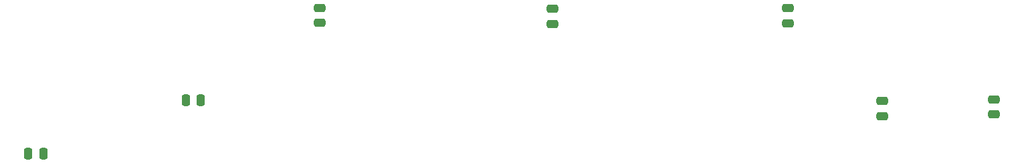
<source format=gbr>
%TF.GenerationSoftware,KiCad,Pcbnew,(6.0.9)*%
%TF.CreationDate,2023-02-07T16:21:55+00:00*%
%TF.ProjectId,Apricot-Hard-Disk-Interface,41707269-636f-4742-9d48-6172642d4469,rev?*%
%TF.SameCoordinates,Original*%
%TF.FileFunction,Paste,Top*%
%TF.FilePolarity,Positive*%
%FSLAX46Y46*%
G04 Gerber Fmt 4.6, Leading zero omitted, Abs format (unit mm)*
G04 Created by KiCad (PCBNEW (6.0.9)) date 2023-02-07 16:21:55*
%MOMM*%
%LPD*%
G01*
G04 APERTURE LIST*
G04 Aperture macros list*
%AMRoundRect*
0 Rectangle with rounded corners*
0 $1 Rounding radius*
0 $2 $3 $4 $5 $6 $7 $8 $9 X,Y pos of 4 corners*
0 Add a 4 corners polygon primitive as box body*
4,1,4,$2,$3,$4,$5,$6,$7,$8,$9,$2,$3,0*
0 Add four circle primitives for the rounded corners*
1,1,$1+$1,$2,$3*
1,1,$1+$1,$4,$5*
1,1,$1+$1,$6,$7*
1,1,$1+$1,$8,$9*
0 Add four rect primitives between the rounded corners*
20,1,$1+$1,$2,$3,$4,$5,0*
20,1,$1+$1,$4,$5,$6,$7,0*
20,1,$1+$1,$6,$7,$8,$9,0*
20,1,$1+$1,$8,$9,$2,$3,0*%
G04 Aperture macros list end*
%ADD10RoundRect,0.250000X-0.475000X0.250000X-0.475000X-0.250000X0.475000X-0.250000X0.475000X0.250000X0*%
%ADD11RoundRect,0.250000X0.250000X0.475000X-0.250000X0.475000X-0.250000X-0.475000X0.250000X-0.475000X0*%
G04 APERTURE END LIST*
D10*
%TO.C,C6*%
X210200000Y-102350000D03*
X210200000Y-104250000D03*
%TD*%
D11*
%TO.C,C2*%
X89850000Y-109200000D03*
X87950000Y-109200000D03*
%TD*%
D10*
%TO.C,C7*%
X196000000Y-102550000D03*
X196000000Y-104450000D03*
%TD*%
%TO.C,C4*%
X154300000Y-90900000D03*
X154300000Y-92800000D03*
%TD*%
%TO.C,C5*%
X184100000Y-90800000D03*
X184100000Y-92700000D03*
%TD*%
%TO.C,C1*%
X124800000Y-90750000D03*
X124800000Y-92650000D03*
%TD*%
D11*
%TO.C,C3*%
X109800000Y-102500000D03*
X107900000Y-102500000D03*
%TD*%
M02*

</source>
